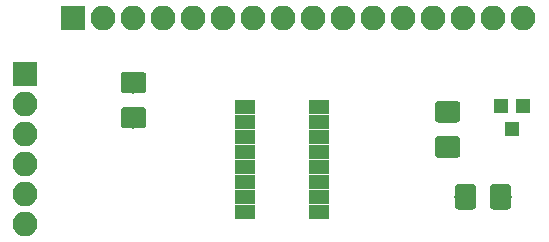
<source format=gbr>
G04 #@! TF.GenerationSoftware,KiCad,Pcbnew,(5.0.0)*
G04 #@! TF.CreationDate,2019-09-07T10:55:21+05:30*
G04 #@! TF.ProjectId,SerialShiftLCD,53657269616C53686966744C43442E6B,rev?*
G04 #@! TF.SameCoordinates,Original*
G04 #@! TF.FileFunction,Soldermask,Top*
G04 #@! TF.FilePolarity,Negative*
%FSLAX46Y46*%
G04 Gerber Fmt 4.6, Leading zero omitted, Abs format (unit mm)*
G04 Created by KiCad (PCBNEW (5.0.0)) date 09/07/19 10:55:21*
%MOMM*%
%LPD*%
G01*
G04 APERTURE LIST*
%ADD10R,2.100000X2.100000*%
%ADD11O,2.100000X2.100000*%
%ADD12R,1.200000X1.300000*%
%ADD13C,0.100000*%
%ADD14C,1.825000*%
%ADD15R,1.700000X1.200000*%
G04 APERTURE END LIST*
D10*
G04 #@! TO.C,J1*
X129857500Y-38227000D03*
D11*
X129857500Y-40767000D03*
X129857500Y-43307000D03*
X129857500Y-45847000D03*
X129857500Y-48387000D03*
X129857500Y-50927000D03*
G04 #@! TD*
D10*
G04 #@! TO.C,J3*
X133921500Y-33528000D03*
D11*
X136461500Y-33528000D03*
X139001500Y-33528000D03*
X141541500Y-33528000D03*
X144081500Y-33528000D03*
X146621500Y-33528000D03*
X149161500Y-33528000D03*
X151701500Y-33528000D03*
X154241500Y-33528000D03*
X156781500Y-33528000D03*
X159321500Y-33528000D03*
X161861500Y-33528000D03*
X164401500Y-33528000D03*
X166941500Y-33528000D03*
X169481500Y-33528000D03*
X172021500Y-33528000D03*
G04 #@! TD*
D12*
G04 #@! TO.C,Q1*
X172019000Y-40910000D03*
X170119000Y-40910000D03*
X171069000Y-42910000D03*
G04 #@! TD*
D13*
G04 #@! TO.C,R1*
G36*
X139787707Y-38051042D02*
X139818787Y-38055652D01*
X139849266Y-38063287D01*
X139878850Y-38073872D01*
X139907254Y-38087306D01*
X139934204Y-38103459D01*
X139959442Y-38122177D01*
X139982723Y-38143277D01*
X140003823Y-38166558D01*
X140022541Y-38191796D01*
X140038694Y-38218746D01*
X140052128Y-38247150D01*
X140062713Y-38276734D01*
X140070348Y-38307213D01*
X140074958Y-38338293D01*
X140076500Y-38369676D01*
X140076500Y-39554324D01*
X140074958Y-39585707D01*
X140070348Y-39616787D01*
X140062713Y-39647266D01*
X140052128Y-39676850D01*
X140038694Y-39705254D01*
X140022541Y-39732204D01*
X140003823Y-39757442D01*
X139982723Y-39780723D01*
X139959442Y-39801823D01*
X139934204Y-39820541D01*
X139907254Y-39836694D01*
X139878850Y-39850128D01*
X139849266Y-39860713D01*
X139818787Y-39868348D01*
X139787707Y-39872958D01*
X139756324Y-39874500D01*
X138246676Y-39874500D01*
X138215293Y-39872958D01*
X138184213Y-39868348D01*
X138153734Y-39860713D01*
X138124150Y-39850128D01*
X138095746Y-39836694D01*
X138068796Y-39820541D01*
X138043558Y-39801823D01*
X138020277Y-39780723D01*
X137999177Y-39757442D01*
X137980459Y-39732204D01*
X137964306Y-39705254D01*
X137950872Y-39676850D01*
X137940287Y-39647266D01*
X137932652Y-39616787D01*
X137928042Y-39585707D01*
X137926500Y-39554324D01*
X137926500Y-38369676D01*
X137928042Y-38338293D01*
X137932652Y-38307213D01*
X137940287Y-38276734D01*
X137950872Y-38247150D01*
X137964306Y-38218746D01*
X137980459Y-38191796D01*
X137999177Y-38166558D01*
X138020277Y-38143277D01*
X138043558Y-38122177D01*
X138068796Y-38103459D01*
X138095746Y-38087306D01*
X138124150Y-38073872D01*
X138153734Y-38063287D01*
X138184213Y-38055652D01*
X138215293Y-38051042D01*
X138246676Y-38049500D01*
X139756324Y-38049500D01*
X139787707Y-38051042D01*
X139787707Y-38051042D01*
G37*
D14*
X139001500Y-38962000D03*
D13*
G36*
X139787707Y-41026042D02*
X139818787Y-41030652D01*
X139849266Y-41038287D01*
X139878850Y-41048872D01*
X139907254Y-41062306D01*
X139934204Y-41078459D01*
X139959442Y-41097177D01*
X139982723Y-41118277D01*
X140003823Y-41141558D01*
X140022541Y-41166796D01*
X140038694Y-41193746D01*
X140052128Y-41222150D01*
X140062713Y-41251734D01*
X140070348Y-41282213D01*
X140074958Y-41313293D01*
X140076500Y-41344676D01*
X140076500Y-42529324D01*
X140074958Y-42560707D01*
X140070348Y-42591787D01*
X140062713Y-42622266D01*
X140052128Y-42651850D01*
X140038694Y-42680254D01*
X140022541Y-42707204D01*
X140003823Y-42732442D01*
X139982723Y-42755723D01*
X139959442Y-42776823D01*
X139934204Y-42795541D01*
X139907254Y-42811694D01*
X139878850Y-42825128D01*
X139849266Y-42835713D01*
X139818787Y-42843348D01*
X139787707Y-42847958D01*
X139756324Y-42849500D01*
X138246676Y-42849500D01*
X138215293Y-42847958D01*
X138184213Y-42843348D01*
X138153734Y-42835713D01*
X138124150Y-42825128D01*
X138095746Y-42811694D01*
X138068796Y-42795541D01*
X138043558Y-42776823D01*
X138020277Y-42755723D01*
X137999177Y-42732442D01*
X137980459Y-42707204D01*
X137964306Y-42680254D01*
X137950872Y-42651850D01*
X137940287Y-42622266D01*
X137932652Y-42591787D01*
X137928042Y-42560707D01*
X137926500Y-42529324D01*
X137926500Y-41344676D01*
X137928042Y-41313293D01*
X137932652Y-41282213D01*
X137940287Y-41251734D01*
X137950872Y-41222150D01*
X137964306Y-41193746D01*
X137980459Y-41166796D01*
X137999177Y-41141558D01*
X138020277Y-41118277D01*
X138043558Y-41097177D01*
X138068796Y-41078459D01*
X138095746Y-41062306D01*
X138124150Y-41048872D01*
X138153734Y-41038287D01*
X138184213Y-41030652D01*
X138215293Y-41026042D01*
X138246676Y-41024500D01*
X139756324Y-41024500D01*
X139787707Y-41026042D01*
X139787707Y-41026042D01*
G37*
D14*
X139001500Y-41937000D03*
G04 #@! TD*
D13*
G04 #@! TO.C,R2*
G36*
X166394207Y-43502542D02*
X166425287Y-43507152D01*
X166455766Y-43514787D01*
X166485350Y-43525372D01*
X166513754Y-43538806D01*
X166540704Y-43554959D01*
X166565942Y-43573677D01*
X166589223Y-43594777D01*
X166610323Y-43618058D01*
X166629041Y-43643296D01*
X166645194Y-43670246D01*
X166658628Y-43698650D01*
X166669213Y-43728234D01*
X166676848Y-43758713D01*
X166681458Y-43789793D01*
X166683000Y-43821176D01*
X166683000Y-45005824D01*
X166681458Y-45037207D01*
X166676848Y-45068287D01*
X166669213Y-45098766D01*
X166658628Y-45128350D01*
X166645194Y-45156754D01*
X166629041Y-45183704D01*
X166610323Y-45208942D01*
X166589223Y-45232223D01*
X166565942Y-45253323D01*
X166540704Y-45272041D01*
X166513754Y-45288194D01*
X166485350Y-45301628D01*
X166455766Y-45312213D01*
X166425287Y-45319848D01*
X166394207Y-45324458D01*
X166362824Y-45326000D01*
X164853176Y-45326000D01*
X164821793Y-45324458D01*
X164790713Y-45319848D01*
X164760234Y-45312213D01*
X164730650Y-45301628D01*
X164702246Y-45288194D01*
X164675296Y-45272041D01*
X164650058Y-45253323D01*
X164626777Y-45232223D01*
X164605677Y-45208942D01*
X164586959Y-45183704D01*
X164570806Y-45156754D01*
X164557372Y-45128350D01*
X164546787Y-45098766D01*
X164539152Y-45068287D01*
X164534542Y-45037207D01*
X164533000Y-45005824D01*
X164533000Y-43821176D01*
X164534542Y-43789793D01*
X164539152Y-43758713D01*
X164546787Y-43728234D01*
X164557372Y-43698650D01*
X164570806Y-43670246D01*
X164586959Y-43643296D01*
X164605677Y-43618058D01*
X164626777Y-43594777D01*
X164650058Y-43573677D01*
X164675296Y-43554959D01*
X164702246Y-43538806D01*
X164730650Y-43525372D01*
X164760234Y-43514787D01*
X164790713Y-43507152D01*
X164821793Y-43502542D01*
X164853176Y-43501000D01*
X166362824Y-43501000D01*
X166394207Y-43502542D01*
X166394207Y-43502542D01*
G37*
D14*
X165608000Y-44413500D03*
D13*
G36*
X166394207Y-40527542D02*
X166425287Y-40532152D01*
X166455766Y-40539787D01*
X166485350Y-40550372D01*
X166513754Y-40563806D01*
X166540704Y-40579959D01*
X166565942Y-40598677D01*
X166589223Y-40619777D01*
X166610323Y-40643058D01*
X166629041Y-40668296D01*
X166645194Y-40695246D01*
X166658628Y-40723650D01*
X166669213Y-40753234D01*
X166676848Y-40783713D01*
X166681458Y-40814793D01*
X166683000Y-40846176D01*
X166683000Y-42030824D01*
X166681458Y-42062207D01*
X166676848Y-42093287D01*
X166669213Y-42123766D01*
X166658628Y-42153350D01*
X166645194Y-42181754D01*
X166629041Y-42208704D01*
X166610323Y-42233942D01*
X166589223Y-42257223D01*
X166565942Y-42278323D01*
X166540704Y-42297041D01*
X166513754Y-42313194D01*
X166485350Y-42326628D01*
X166455766Y-42337213D01*
X166425287Y-42344848D01*
X166394207Y-42349458D01*
X166362824Y-42351000D01*
X164853176Y-42351000D01*
X164821793Y-42349458D01*
X164790713Y-42344848D01*
X164760234Y-42337213D01*
X164730650Y-42326628D01*
X164702246Y-42313194D01*
X164675296Y-42297041D01*
X164650058Y-42278323D01*
X164626777Y-42257223D01*
X164605677Y-42233942D01*
X164586959Y-42208704D01*
X164570806Y-42181754D01*
X164557372Y-42153350D01*
X164546787Y-42123766D01*
X164539152Y-42093287D01*
X164534542Y-42062207D01*
X164533000Y-42030824D01*
X164533000Y-40846176D01*
X164534542Y-40814793D01*
X164539152Y-40783713D01*
X164546787Y-40753234D01*
X164557372Y-40723650D01*
X164570806Y-40695246D01*
X164586959Y-40668296D01*
X164605677Y-40643058D01*
X164626777Y-40619777D01*
X164650058Y-40598677D01*
X164675296Y-40579959D01*
X164702246Y-40563806D01*
X164730650Y-40550372D01*
X164760234Y-40539787D01*
X164790713Y-40532152D01*
X164821793Y-40527542D01*
X164853176Y-40526000D01*
X166362824Y-40526000D01*
X166394207Y-40527542D01*
X166394207Y-40527542D01*
G37*
D14*
X165608000Y-41438500D03*
G04 #@! TD*
D13*
G04 #@! TO.C,R3*
G36*
X170703707Y-47567542D02*
X170734787Y-47572152D01*
X170765266Y-47579787D01*
X170794850Y-47590372D01*
X170823254Y-47603806D01*
X170850204Y-47619959D01*
X170875442Y-47638677D01*
X170898723Y-47659777D01*
X170919823Y-47683058D01*
X170938541Y-47708296D01*
X170954694Y-47735246D01*
X170968128Y-47763650D01*
X170978713Y-47793234D01*
X170986348Y-47823713D01*
X170990958Y-47854793D01*
X170992500Y-47886176D01*
X170992500Y-49395824D01*
X170990958Y-49427207D01*
X170986348Y-49458287D01*
X170978713Y-49488766D01*
X170968128Y-49518350D01*
X170954694Y-49546754D01*
X170938541Y-49573704D01*
X170919823Y-49598942D01*
X170898723Y-49622223D01*
X170875442Y-49643323D01*
X170850204Y-49662041D01*
X170823254Y-49678194D01*
X170794850Y-49691628D01*
X170765266Y-49702213D01*
X170734787Y-49709848D01*
X170703707Y-49714458D01*
X170672324Y-49716000D01*
X169487676Y-49716000D01*
X169456293Y-49714458D01*
X169425213Y-49709848D01*
X169394734Y-49702213D01*
X169365150Y-49691628D01*
X169336746Y-49678194D01*
X169309796Y-49662041D01*
X169284558Y-49643323D01*
X169261277Y-49622223D01*
X169240177Y-49598942D01*
X169221459Y-49573704D01*
X169205306Y-49546754D01*
X169191872Y-49518350D01*
X169181287Y-49488766D01*
X169173652Y-49458287D01*
X169169042Y-49427207D01*
X169167500Y-49395824D01*
X169167500Y-47886176D01*
X169169042Y-47854793D01*
X169173652Y-47823713D01*
X169181287Y-47793234D01*
X169191872Y-47763650D01*
X169205306Y-47735246D01*
X169221459Y-47708296D01*
X169240177Y-47683058D01*
X169261277Y-47659777D01*
X169284558Y-47638677D01*
X169309796Y-47619959D01*
X169336746Y-47603806D01*
X169365150Y-47590372D01*
X169394734Y-47579787D01*
X169425213Y-47572152D01*
X169456293Y-47567542D01*
X169487676Y-47566000D01*
X170672324Y-47566000D01*
X170703707Y-47567542D01*
X170703707Y-47567542D01*
G37*
D14*
X170080000Y-48641000D03*
D13*
G36*
X167728707Y-47567542D02*
X167759787Y-47572152D01*
X167790266Y-47579787D01*
X167819850Y-47590372D01*
X167848254Y-47603806D01*
X167875204Y-47619959D01*
X167900442Y-47638677D01*
X167923723Y-47659777D01*
X167944823Y-47683058D01*
X167963541Y-47708296D01*
X167979694Y-47735246D01*
X167993128Y-47763650D01*
X168003713Y-47793234D01*
X168011348Y-47823713D01*
X168015958Y-47854793D01*
X168017500Y-47886176D01*
X168017500Y-49395824D01*
X168015958Y-49427207D01*
X168011348Y-49458287D01*
X168003713Y-49488766D01*
X167993128Y-49518350D01*
X167979694Y-49546754D01*
X167963541Y-49573704D01*
X167944823Y-49598942D01*
X167923723Y-49622223D01*
X167900442Y-49643323D01*
X167875204Y-49662041D01*
X167848254Y-49678194D01*
X167819850Y-49691628D01*
X167790266Y-49702213D01*
X167759787Y-49709848D01*
X167728707Y-49714458D01*
X167697324Y-49716000D01*
X166512676Y-49716000D01*
X166481293Y-49714458D01*
X166450213Y-49709848D01*
X166419734Y-49702213D01*
X166390150Y-49691628D01*
X166361746Y-49678194D01*
X166334796Y-49662041D01*
X166309558Y-49643323D01*
X166286277Y-49622223D01*
X166265177Y-49598942D01*
X166246459Y-49573704D01*
X166230306Y-49546754D01*
X166216872Y-49518350D01*
X166206287Y-49488766D01*
X166198652Y-49458287D01*
X166194042Y-49427207D01*
X166192500Y-49395824D01*
X166192500Y-47886176D01*
X166194042Y-47854793D01*
X166198652Y-47823713D01*
X166206287Y-47793234D01*
X166216872Y-47763650D01*
X166230306Y-47735246D01*
X166246459Y-47708296D01*
X166265177Y-47683058D01*
X166286277Y-47659777D01*
X166309558Y-47638677D01*
X166334796Y-47619959D01*
X166361746Y-47603806D01*
X166390150Y-47590372D01*
X166419734Y-47579787D01*
X166450213Y-47572152D01*
X166481293Y-47567542D01*
X166512676Y-47566000D01*
X167697324Y-47566000D01*
X167728707Y-47567542D01*
X167728707Y-47567542D01*
G37*
D14*
X167105000Y-48641000D03*
G04 #@! TD*
D15*
G04 #@! TO.C,U1*
X154724500Y-49916000D03*
X154724500Y-48636000D03*
X154724500Y-47376000D03*
X154724500Y-46106000D03*
X154724500Y-44826000D03*
X154724500Y-43556000D03*
X154724500Y-42296000D03*
X154724500Y-41016000D03*
X148424500Y-41016000D03*
X148424500Y-42296000D03*
X148424500Y-43556000D03*
X148424500Y-44826000D03*
X148424500Y-46106000D03*
X148424500Y-47376000D03*
X148424500Y-48636000D03*
X148424500Y-49916000D03*
G04 #@! TD*
M02*

</source>
